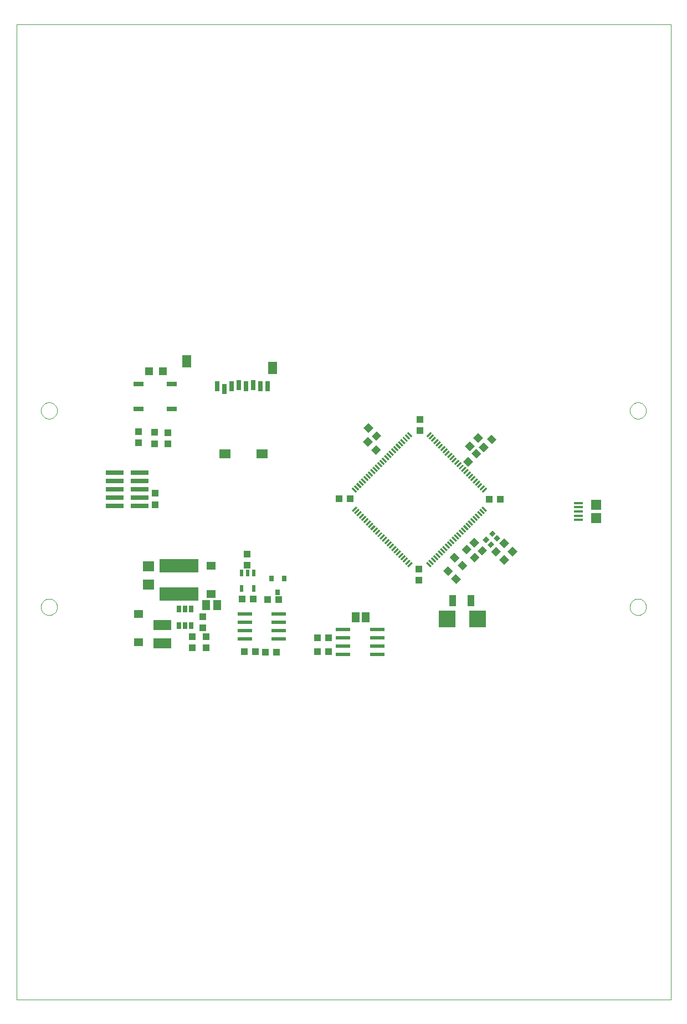
<source format=gtp>
G75*
G70*
%OFA0B0*%
%FSLAX24Y24*%
%IPPOS*%
%LPD*%
%AMOC8*
5,1,8,0,0,1.08239X$1,22.5*
%
%ADD10C,0.0000*%
%ADD11R,0.0433X0.0394*%
%ADD12R,0.0413X0.0425*%
%ADD13R,0.0425X0.0413*%
%ADD14R,0.1100X0.0290*%
%ADD15R,0.0272X0.0394*%
%ADD16R,0.1063X0.0630*%
%ADD17R,0.0512X0.0591*%
%ADD18R,0.0579X0.0500*%
%ADD19R,0.2362X0.0787*%
%ADD20R,0.0709X0.0630*%
%ADD21R,0.0866X0.0236*%
%ADD22R,0.0394X0.0433*%
%ADD23R,0.0315X0.0354*%
%ADD24R,0.0394X0.0709*%
%ADD25R,0.0295X0.0276*%
%ADD26R,0.0709X0.0551*%
%ADD27R,0.0551X0.0748*%
%ADD28R,0.0315X0.0591*%
%ADD29R,0.0600X0.0300*%
%ADD30R,0.0472X0.0472*%
%ADD31R,0.0197X0.0394*%
%ADD32R,0.0870X0.0240*%
%ADD33R,0.0460X0.0630*%
%ADD34R,0.1000X0.1000*%
%ADD35R,0.0551X0.0138*%
%ADD36R,0.0591X0.0591*%
%ADD37R,0.0354X0.0118*%
%ADD38R,0.0118X0.0354*%
D10*
X000100Y000100D02*
X039470Y000100D01*
X039470Y058761D01*
X000100Y058761D01*
X000100Y000100D01*
X001577Y023722D02*
X001579Y023765D01*
X001584Y023807D01*
X001594Y023849D01*
X001607Y023890D01*
X001623Y023930D01*
X001643Y023968D01*
X001666Y024004D01*
X001692Y024038D01*
X001721Y024070D01*
X001753Y024099D01*
X001787Y024125D01*
X001823Y024148D01*
X001861Y024168D01*
X001901Y024184D01*
X001942Y024197D01*
X001984Y024207D01*
X002026Y024212D01*
X002069Y024214D01*
X001577Y023722D02*
X001579Y023679D01*
X001584Y023637D01*
X001594Y023595D01*
X001607Y023554D01*
X001623Y023514D01*
X001643Y023476D01*
X001666Y023440D01*
X001692Y023406D01*
X001721Y023374D01*
X001753Y023345D01*
X001787Y023319D01*
X001823Y023296D01*
X001861Y023276D01*
X001901Y023260D01*
X001942Y023247D01*
X001984Y023237D01*
X002026Y023232D01*
X002069Y023230D01*
X002112Y023232D01*
X002154Y023237D01*
X002196Y023247D01*
X002237Y023260D01*
X002277Y023276D01*
X002315Y023296D01*
X002351Y023319D01*
X002385Y023345D01*
X002417Y023374D01*
X002446Y023406D01*
X002472Y023440D01*
X002495Y023476D01*
X002515Y023514D01*
X002531Y023554D01*
X002544Y023595D01*
X002554Y023637D01*
X002559Y023679D01*
X002561Y023722D01*
X002559Y023765D01*
X002554Y023807D01*
X002544Y023849D01*
X002531Y023890D01*
X002515Y023930D01*
X002495Y023968D01*
X002472Y024004D01*
X002446Y024038D01*
X002417Y024070D01*
X002385Y024099D01*
X002351Y024125D01*
X002315Y024148D01*
X002277Y024168D01*
X002237Y024184D01*
X002196Y024197D01*
X002154Y024207D01*
X002112Y024212D01*
X002069Y024214D01*
X001577Y035533D02*
X001579Y035576D01*
X001584Y035618D01*
X001594Y035660D01*
X001607Y035701D01*
X001623Y035741D01*
X001643Y035779D01*
X001666Y035815D01*
X001692Y035849D01*
X001721Y035881D01*
X001753Y035910D01*
X001787Y035936D01*
X001823Y035959D01*
X001861Y035979D01*
X001901Y035995D01*
X001942Y036008D01*
X001984Y036018D01*
X002026Y036023D01*
X002069Y036025D01*
X001577Y035533D02*
X001579Y035490D01*
X001584Y035448D01*
X001594Y035406D01*
X001607Y035365D01*
X001623Y035325D01*
X001643Y035287D01*
X001666Y035251D01*
X001692Y035217D01*
X001721Y035185D01*
X001753Y035156D01*
X001787Y035130D01*
X001823Y035107D01*
X001861Y035087D01*
X001901Y035071D01*
X001942Y035058D01*
X001984Y035048D01*
X002026Y035043D01*
X002069Y035041D01*
X002112Y035043D01*
X002154Y035048D01*
X002196Y035058D01*
X002237Y035071D01*
X002277Y035087D01*
X002315Y035107D01*
X002351Y035130D01*
X002385Y035156D01*
X002417Y035185D01*
X002446Y035217D01*
X002472Y035251D01*
X002495Y035287D01*
X002515Y035325D01*
X002531Y035365D01*
X002544Y035406D01*
X002554Y035448D01*
X002559Y035490D01*
X002561Y035533D01*
X002559Y035576D01*
X002554Y035618D01*
X002544Y035660D01*
X002531Y035701D01*
X002515Y035741D01*
X002495Y035779D01*
X002472Y035815D01*
X002446Y035849D01*
X002417Y035881D01*
X002385Y035910D01*
X002351Y035936D01*
X002315Y035959D01*
X002277Y035979D01*
X002237Y035995D01*
X002196Y036008D01*
X002154Y036018D01*
X002112Y036023D01*
X002069Y036025D01*
X037010Y035533D02*
X037012Y035576D01*
X037017Y035618D01*
X037027Y035660D01*
X037040Y035701D01*
X037056Y035741D01*
X037076Y035779D01*
X037099Y035815D01*
X037125Y035849D01*
X037154Y035881D01*
X037186Y035910D01*
X037220Y035936D01*
X037256Y035959D01*
X037294Y035979D01*
X037334Y035995D01*
X037375Y036008D01*
X037417Y036018D01*
X037459Y036023D01*
X037502Y036025D01*
X037010Y035533D02*
X037012Y035490D01*
X037017Y035448D01*
X037027Y035406D01*
X037040Y035365D01*
X037056Y035325D01*
X037076Y035287D01*
X037099Y035251D01*
X037125Y035217D01*
X037154Y035185D01*
X037186Y035156D01*
X037220Y035130D01*
X037256Y035107D01*
X037294Y035087D01*
X037334Y035071D01*
X037375Y035058D01*
X037417Y035048D01*
X037459Y035043D01*
X037502Y035041D01*
X037545Y035043D01*
X037587Y035048D01*
X037629Y035058D01*
X037670Y035071D01*
X037710Y035087D01*
X037748Y035107D01*
X037784Y035130D01*
X037818Y035156D01*
X037850Y035185D01*
X037879Y035217D01*
X037905Y035251D01*
X037928Y035287D01*
X037948Y035325D01*
X037964Y035365D01*
X037977Y035406D01*
X037987Y035448D01*
X037992Y035490D01*
X037994Y035533D01*
X037992Y035576D01*
X037987Y035618D01*
X037977Y035660D01*
X037964Y035701D01*
X037948Y035741D01*
X037928Y035779D01*
X037905Y035815D01*
X037879Y035849D01*
X037850Y035881D01*
X037818Y035910D01*
X037784Y035936D01*
X037748Y035959D01*
X037710Y035979D01*
X037670Y035995D01*
X037629Y036008D01*
X037587Y036018D01*
X037545Y036023D01*
X037502Y036025D01*
X037502Y024214D02*
X037459Y024212D01*
X037417Y024207D01*
X037375Y024197D01*
X037334Y024184D01*
X037294Y024168D01*
X037256Y024148D01*
X037220Y024125D01*
X037186Y024099D01*
X037154Y024070D01*
X037125Y024038D01*
X037099Y024004D01*
X037076Y023968D01*
X037056Y023930D01*
X037040Y023890D01*
X037027Y023849D01*
X037017Y023807D01*
X037012Y023765D01*
X037010Y023722D01*
X037012Y023679D01*
X037017Y023637D01*
X037027Y023595D01*
X037040Y023554D01*
X037056Y023514D01*
X037076Y023476D01*
X037099Y023440D01*
X037125Y023406D01*
X037154Y023374D01*
X037186Y023345D01*
X037220Y023319D01*
X037256Y023296D01*
X037294Y023276D01*
X037334Y023260D01*
X037375Y023247D01*
X037417Y023237D01*
X037459Y023232D01*
X037502Y023230D01*
X037545Y023232D01*
X037587Y023237D01*
X037629Y023247D01*
X037670Y023260D01*
X037710Y023276D01*
X037748Y023296D01*
X037784Y023319D01*
X037818Y023345D01*
X037850Y023374D01*
X037879Y023406D01*
X037905Y023440D01*
X037928Y023476D01*
X037948Y023514D01*
X037964Y023554D01*
X037977Y023595D01*
X037987Y023637D01*
X037992Y023679D01*
X037994Y023722D01*
X037992Y023765D01*
X037987Y023807D01*
X037977Y023849D01*
X037964Y023890D01*
X037948Y023930D01*
X037928Y023968D01*
X037905Y024004D01*
X037879Y024038D01*
X037850Y024070D01*
X037818Y024099D01*
X037784Y024125D01*
X037748Y024148D01*
X037710Y024168D01*
X037670Y024184D01*
X037629Y024197D01*
X037587Y024207D01*
X037545Y024212D01*
X037502Y024214D01*
D11*
G36*
X026964Y025931D02*
X026659Y026236D01*
X026938Y026515D01*
X027243Y026210D01*
X026964Y025931D01*
G37*
G36*
X026563Y025116D02*
X026258Y025421D01*
X026537Y025700D01*
X026842Y025395D01*
X026563Y025116D01*
G37*
G36*
X026090Y025589D02*
X025785Y025894D01*
X026064Y026173D01*
X026369Y025868D01*
X026090Y025589D01*
G37*
G36*
X026491Y026404D02*
X026186Y026709D01*
X026465Y026988D01*
X026770Y026683D01*
X026491Y026404D01*
G37*
X015881Y024173D03*
X015212Y024173D03*
X014339Y024196D03*
X013669Y024196D03*
X011517Y021946D03*
X011308Y022458D03*
X011308Y023128D03*
X010693Y021946D03*
X010693Y021277D03*
X011517Y021277D03*
X008414Y033548D03*
X008414Y034217D03*
X007458Y034257D03*
X007458Y033587D03*
D12*
X019500Y030220D03*
X020189Y030220D03*
G36*
X021729Y032883D02*
X021438Y033174D01*
X021737Y033473D01*
X022028Y033182D01*
X021729Y032883D01*
G37*
G36*
X021242Y033370D02*
X020951Y033661D01*
X021250Y033960D01*
X021541Y033669D01*
X021242Y033370D01*
G37*
G36*
X021761Y033724D02*
X021470Y034015D01*
X021769Y034314D01*
X022060Y034023D01*
X021761Y033724D01*
G37*
G36*
X021274Y034211D02*
X020983Y034502D01*
X021282Y034801D01*
X021573Y034510D01*
X021274Y034211D01*
G37*
G36*
X027579Y032460D02*
X027288Y032169D01*
X026989Y032468D01*
X027280Y032759D01*
X027579Y032460D01*
G37*
G36*
X028066Y032947D02*
X027775Y032656D01*
X027476Y032955D01*
X027767Y033246D01*
X028066Y032947D01*
G37*
G36*
X027919Y033333D02*
X028210Y033624D01*
X028509Y033325D01*
X028218Y033034D01*
X027919Y033333D01*
G37*
G36*
X027094Y033410D02*
X027385Y033701D01*
X027684Y033402D01*
X027393Y033111D01*
X027094Y033410D01*
G37*
G36*
X027581Y033897D02*
X027872Y034188D01*
X028171Y033889D01*
X027880Y033598D01*
X027581Y033897D01*
G37*
G36*
X028406Y033820D02*
X028697Y034111D01*
X028996Y033812D01*
X028705Y033521D01*
X028406Y033820D01*
G37*
X028539Y030199D03*
X029228Y030199D03*
G36*
X029454Y027263D02*
X029163Y027554D01*
X029462Y027853D01*
X029753Y027562D01*
X029454Y027263D01*
G37*
G36*
X029941Y026776D02*
X029650Y027067D01*
X029949Y027366D01*
X030240Y027075D01*
X029941Y026776D01*
G37*
G36*
X029434Y026265D02*
X029143Y026556D01*
X029442Y026855D01*
X029733Y026564D01*
X029434Y026265D01*
G37*
G36*
X028947Y026752D02*
X028656Y027043D01*
X028955Y027342D01*
X029246Y027051D01*
X028947Y026752D01*
G37*
G36*
X028130Y026822D02*
X027839Y027113D01*
X028138Y027412D01*
X028429Y027121D01*
X028130Y026822D01*
G37*
G36*
X027660Y026399D02*
X027369Y026690D01*
X027668Y026989D01*
X027959Y026698D01*
X027660Y026399D01*
G37*
G36*
X027172Y026887D02*
X026881Y027178D01*
X027180Y027477D01*
X027471Y027186D01*
X027172Y026887D01*
G37*
G36*
X027642Y027309D02*
X027351Y027600D01*
X027650Y027899D01*
X027941Y027608D01*
X027642Y027309D01*
G37*
D13*
X024325Y026008D03*
X024325Y025319D03*
X024377Y034317D03*
X024377Y035006D03*
X009227Y034214D03*
X009227Y033525D03*
X008448Y030553D03*
X008448Y029864D03*
D14*
X007530Y029803D03*
X007530Y030303D03*
X007530Y030803D03*
X007530Y031303D03*
X007530Y031803D03*
X006030Y031803D03*
X006030Y031303D03*
X006030Y030803D03*
X006030Y030303D03*
X006030Y029803D03*
D15*
X009868Y023612D03*
X010242Y023612D03*
X010616Y023612D03*
X010616Y022588D03*
X010242Y022588D03*
X009868Y022588D03*
D16*
X008868Y022639D03*
X008868Y021537D03*
D17*
X011521Y023830D03*
X012191Y023830D03*
D18*
X011805Y024495D03*
X011805Y026188D03*
X007464Y023292D03*
X007464Y021599D03*
D19*
X009868Y024492D03*
X009868Y026185D03*
D20*
X008037Y026159D03*
X008037Y025057D03*
D21*
X013846Y023309D03*
X013846Y022809D03*
X013846Y022309D03*
X013846Y021809D03*
X015893Y021809D03*
X015893Y022309D03*
X015893Y022809D03*
X015893Y023309D03*
D22*
X015765Y020992D03*
X015096Y020992D03*
X014478Y021018D03*
X013809Y021018D03*
X013978Y026242D03*
X013978Y026911D03*
X018223Y021868D03*
X018892Y021868D03*
X018892Y021021D03*
X018223Y021021D03*
D23*
X015825Y024612D03*
X015451Y025439D03*
X016199Y025439D03*
D24*
X026356Y024105D03*
X027458Y024105D03*
D25*
G36*
X028842Y027484D02*
X028635Y027277D01*
X028440Y027472D01*
X028647Y027679D01*
X028842Y027484D01*
G37*
G36*
X029218Y027859D02*
X029011Y027652D01*
X028816Y027847D01*
X029023Y028054D01*
X029218Y027859D01*
G37*
G36*
X028939Y028138D02*
X028732Y027931D01*
X028537Y028126D01*
X028744Y028333D01*
X028939Y028138D01*
G37*
G36*
X028563Y027762D02*
X028356Y027555D01*
X028161Y027750D01*
X028368Y027957D01*
X028563Y027762D01*
G37*
D26*
X014882Y032933D03*
X012638Y032933D03*
D27*
X015512Y038110D03*
X010334Y038503D03*
D28*
X012169Y036988D03*
X012602Y036830D03*
X013035Y036988D03*
X013468Y037066D03*
X013901Y036988D03*
X014334Y037066D03*
X014768Y036988D03*
X015201Y036988D03*
D29*
X009452Y037143D03*
X009452Y035643D03*
X007452Y035643D03*
X007452Y037143D03*
D30*
X008072Y037887D03*
X008899Y037887D03*
D31*
X013639Y025769D03*
X014013Y025769D03*
X014387Y025769D03*
X014387Y024824D03*
X013639Y024824D03*
D32*
X019764Y022370D03*
X019764Y021870D03*
X019764Y021370D03*
X019764Y020870D03*
X021824Y020870D03*
X021824Y021370D03*
X021824Y021870D03*
X021824Y022370D03*
D33*
X021102Y023112D03*
X020502Y023112D03*
D34*
X026003Y023002D03*
X027853Y023002D03*
D35*
X033924Y028953D03*
X033924Y029209D03*
X033924Y029465D03*
X033924Y029721D03*
X033924Y029977D03*
D36*
X034967Y029859D03*
X034967Y029071D03*
D37*
G36*
X028424Y030838D02*
X028175Y030589D01*
X028092Y030672D01*
X028341Y030921D01*
X028424Y030838D01*
G37*
G36*
X028285Y030977D02*
X028036Y030728D01*
X027953Y030811D01*
X028202Y031060D01*
X028285Y030977D01*
G37*
G36*
X028145Y031116D02*
X027896Y030867D01*
X027813Y030950D01*
X028062Y031199D01*
X028145Y031116D01*
G37*
G36*
X028006Y031256D02*
X027757Y031007D01*
X027674Y031090D01*
X027923Y031339D01*
X028006Y031256D01*
G37*
G36*
X027867Y031395D02*
X027618Y031146D01*
X027535Y031229D01*
X027784Y031478D01*
X027867Y031395D01*
G37*
G36*
X027728Y031534D02*
X027479Y031285D01*
X027396Y031368D01*
X027645Y031617D01*
X027728Y031534D01*
G37*
G36*
X027589Y031673D02*
X027340Y031424D01*
X027257Y031507D01*
X027506Y031756D01*
X027589Y031673D01*
G37*
G36*
X027449Y031812D02*
X027200Y031563D01*
X027117Y031646D01*
X027366Y031895D01*
X027449Y031812D01*
G37*
G36*
X027310Y031952D02*
X027061Y031703D01*
X026978Y031786D01*
X027227Y032035D01*
X027310Y031952D01*
G37*
G36*
X027171Y032091D02*
X026922Y031842D01*
X026839Y031925D01*
X027088Y032174D01*
X027171Y032091D01*
G37*
G36*
X027032Y032230D02*
X026783Y031981D01*
X026700Y032064D01*
X026949Y032313D01*
X027032Y032230D01*
G37*
G36*
X026893Y032369D02*
X026644Y032120D01*
X026561Y032203D01*
X026810Y032452D01*
X026893Y032369D01*
G37*
G36*
X026753Y032508D02*
X026504Y032259D01*
X026421Y032342D01*
X026670Y032591D01*
X026753Y032508D01*
G37*
G36*
X026614Y032648D02*
X026365Y032399D01*
X026282Y032482D01*
X026531Y032731D01*
X026614Y032648D01*
G37*
G36*
X026475Y032787D02*
X026226Y032538D01*
X026143Y032621D01*
X026392Y032870D01*
X026475Y032787D01*
G37*
G36*
X026336Y032926D02*
X026087Y032677D01*
X026004Y032760D01*
X026253Y033009D01*
X026336Y032926D01*
G37*
G36*
X026197Y033065D02*
X025948Y032816D01*
X025865Y032899D01*
X026114Y033148D01*
X026197Y033065D01*
G37*
G36*
X026057Y033204D02*
X025808Y032955D01*
X025725Y033038D01*
X025974Y033287D01*
X026057Y033204D01*
G37*
G36*
X025918Y033344D02*
X025669Y033095D01*
X025586Y033178D01*
X025835Y033427D01*
X025918Y033344D01*
G37*
G36*
X025779Y033483D02*
X025530Y033234D01*
X025447Y033317D01*
X025696Y033566D01*
X025779Y033483D01*
G37*
G36*
X025640Y033622D02*
X025391Y033373D01*
X025308Y033456D01*
X025557Y033705D01*
X025640Y033622D01*
G37*
G36*
X025501Y033761D02*
X025252Y033512D01*
X025169Y033595D01*
X025418Y033844D01*
X025501Y033761D01*
G37*
G36*
X025361Y033900D02*
X025112Y033651D01*
X025029Y033734D01*
X025278Y033983D01*
X025361Y033900D01*
G37*
G36*
X025222Y034039D02*
X024973Y033790D01*
X024890Y033873D01*
X025139Y034122D01*
X025222Y034039D01*
G37*
G36*
X025083Y034179D02*
X024834Y033930D01*
X024751Y034013D01*
X025000Y034262D01*
X025083Y034179D01*
G37*
G36*
X021158Y029140D02*
X020909Y028891D01*
X020826Y028974D01*
X021075Y029223D01*
X021158Y029140D01*
G37*
G36*
X021297Y029001D02*
X021048Y028752D01*
X020965Y028835D01*
X021214Y029084D01*
X021297Y029001D01*
G37*
G36*
X021436Y028861D02*
X021187Y028612D01*
X021104Y028695D01*
X021353Y028944D01*
X021436Y028861D01*
G37*
G36*
X021575Y028722D02*
X021326Y028473D01*
X021243Y028556D01*
X021492Y028805D01*
X021575Y028722D01*
G37*
G36*
X021715Y028583D02*
X021466Y028334D01*
X021383Y028417D01*
X021632Y028666D01*
X021715Y028583D01*
G37*
G36*
X021854Y028444D02*
X021605Y028195D01*
X021522Y028278D01*
X021771Y028527D01*
X021854Y028444D01*
G37*
G36*
X021993Y028305D02*
X021744Y028056D01*
X021661Y028139D01*
X021910Y028388D01*
X021993Y028305D01*
G37*
G36*
X022132Y028165D02*
X021883Y027916D01*
X021800Y027999D01*
X022049Y028248D01*
X022132Y028165D01*
G37*
G36*
X022271Y028026D02*
X022022Y027777D01*
X021939Y027860D01*
X022188Y028109D01*
X022271Y028026D01*
G37*
G36*
X022411Y027887D02*
X022162Y027638D01*
X022079Y027721D01*
X022328Y027970D01*
X022411Y027887D01*
G37*
G36*
X022550Y027748D02*
X022301Y027499D01*
X022218Y027582D01*
X022467Y027831D01*
X022550Y027748D01*
G37*
G36*
X022689Y027609D02*
X022440Y027360D01*
X022357Y027443D01*
X022606Y027692D01*
X022689Y027609D01*
G37*
G36*
X022828Y027470D02*
X022579Y027221D01*
X022496Y027304D01*
X022745Y027553D01*
X022828Y027470D01*
G37*
G36*
X022967Y027330D02*
X022718Y027081D01*
X022635Y027164D01*
X022884Y027413D01*
X022967Y027330D01*
G37*
G36*
X023107Y027191D02*
X022858Y026942D01*
X022775Y027025D01*
X023024Y027274D01*
X023107Y027191D01*
G37*
G36*
X023246Y027052D02*
X022997Y026803D01*
X022914Y026886D01*
X023163Y027135D01*
X023246Y027052D01*
G37*
G36*
X023385Y026913D02*
X023136Y026664D01*
X023053Y026747D01*
X023302Y026996D01*
X023385Y026913D01*
G37*
G36*
X023524Y026774D02*
X023275Y026525D01*
X023192Y026608D01*
X023441Y026857D01*
X023524Y026774D01*
G37*
G36*
X023663Y026634D02*
X023414Y026385D01*
X023331Y026468D01*
X023580Y026717D01*
X023663Y026634D01*
G37*
G36*
X023802Y026495D02*
X023553Y026246D01*
X023470Y026329D01*
X023719Y026578D01*
X023802Y026495D01*
G37*
G36*
X023942Y026356D02*
X023693Y026107D01*
X023610Y026190D01*
X023859Y026439D01*
X023942Y026356D01*
G37*
G36*
X021019Y029279D02*
X020770Y029030D01*
X020687Y029113D01*
X020936Y029362D01*
X021019Y029279D01*
G37*
G36*
X020879Y029418D02*
X020630Y029169D01*
X020547Y029252D01*
X020796Y029501D01*
X020879Y029418D01*
G37*
G36*
X020740Y029557D02*
X020491Y029308D01*
X020408Y029391D01*
X020657Y029640D01*
X020740Y029557D01*
G37*
G36*
X020601Y029697D02*
X020352Y029448D01*
X020269Y029531D01*
X020518Y029780D01*
X020601Y029697D01*
G37*
D38*
G36*
X020601Y030672D02*
X020518Y030589D01*
X020269Y030838D01*
X020352Y030921D01*
X020601Y030672D01*
G37*
G36*
X020740Y030811D02*
X020657Y030728D01*
X020408Y030977D01*
X020491Y031060D01*
X020740Y030811D01*
G37*
G36*
X020879Y030950D02*
X020796Y030867D01*
X020547Y031116D01*
X020630Y031199D01*
X020879Y030950D01*
G37*
G36*
X021019Y031090D02*
X020936Y031007D01*
X020687Y031256D01*
X020770Y031339D01*
X021019Y031090D01*
G37*
G36*
X021158Y031229D02*
X021075Y031146D01*
X020826Y031395D01*
X020909Y031478D01*
X021158Y031229D01*
G37*
G36*
X021297Y031368D02*
X021214Y031285D01*
X020965Y031534D01*
X021048Y031617D01*
X021297Y031368D01*
G37*
G36*
X021436Y031507D02*
X021353Y031424D01*
X021104Y031673D01*
X021187Y031756D01*
X021436Y031507D01*
G37*
G36*
X021575Y031646D02*
X021492Y031563D01*
X021243Y031812D01*
X021326Y031895D01*
X021575Y031646D01*
G37*
G36*
X021715Y031786D02*
X021632Y031703D01*
X021383Y031952D01*
X021466Y032035D01*
X021715Y031786D01*
G37*
G36*
X021854Y031925D02*
X021771Y031842D01*
X021522Y032091D01*
X021605Y032174D01*
X021854Y031925D01*
G37*
G36*
X021993Y032064D02*
X021910Y031981D01*
X021661Y032230D01*
X021744Y032313D01*
X021993Y032064D01*
G37*
G36*
X022132Y032203D02*
X022049Y032120D01*
X021800Y032369D01*
X021883Y032452D01*
X022132Y032203D01*
G37*
G36*
X022271Y032342D02*
X022188Y032259D01*
X021939Y032508D01*
X022022Y032591D01*
X022271Y032342D01*
G37*
G36*
X022411Y032482D02*
X022328Y032399D01*
X022079Y032648D01*
X022162Y032731D01*
X022411Y032482D01*
G37*
G36*
X022550Y032621D02*
X022467Y032538D01*
X022218Y032787D01*
X022301Y032870D01*
X022550Y032621D01*
G37*
G36*
X022689Y032760D02*
X022606Y032677D01*
X022357Y032926D01*
X022440Y033009D01*
X022689Y032760D01*
G37*
G36*
X022828Y032899D02*
X022745Y032816D01*
X022496Y033065D01*
X022579Y033148D01*
X022828Y032899D01*
G37*
G36*
X022967Y033038D02*
X022884Y032955D01*
X022635Y033204D01*
X022718Y033287D01*
X022967Y033038D01*
G37*
G36*
X023107Y033178D02*
X023024Y033095D01*
X022775Y033344D01*
X022858Y033427D01*
X023107Y033178D01*
G37*
G36*
X023246Y033317D02*
X023163Y033234D01*
X022914Y033483D01*
X022997Y033566D01*
X023246Y033317D01*
G37*
G36*
X023385Y033456D02*
X023302Y033373D01*
X023053Y033622D01*
X023136Y033705D01*
X023385Y033456D01*
G37*
G36*
X023524Y033595D02*
X023441Y033512D01*
X023192Y033761D01*
X023275Y033844D01*
X023524Y033595D01*
G37*
G36*
X023663Y033734D02*
X023580Y033651D01*
X023331Y033900D01*
X023414Y033983D01*
X023663Y033734D01*
G37*
G36*
X023802Y033873D02*
X023719Y033790D01*
X023470Y034039D01*
X023553Y034122D01*
X023802Y033873D01*
G37*
G36*
X023942Y034013D02*
X023859Y033930D01*
X023610Y034179D01*
X023693Y034262D01*
X023942Y034013D01*
G37*
G36*
X027728Y028835D02*
X027645Y028752D01*
X027396Y029001D01*
X027479Y029084D01*
X027728Y028835D01*
G37*
G36*
X027867Y028974D02*
X027784Y028891D01*
X027535Y029140D01*
X027618Y029223D01*
X027867Y028974D01*
G37*
G36*
X028006Y029113D02*
X027923Y029030D01*
X027674Y029279D01*
X027757Y029362D01*
X028006Y029113D01*
G37*
G36*
X028145Y029252D02*
X028062Y029169D01*
X027813Y029418D01*
X027896Y029501D01*
X028145Y029252D01*
G37*
G36*
X028285Y029391D02*
X028202Y029308D01*
X027953Y029557D01*
X028036Y029640D01*
X028285Y029391D01*
G37*
G36*
X028424Y029531D02*
X028341Y029448D01*
X028092Y029697D01*
X028175Y029780D01*
X028424Y029531D01*
G37*
G36*
X027589Y028695D02*
X027506Y028612D01*
X027257Y028861D01*
X027340Y028944D01*
X027589Y028695D01*
G37*
G36*
X027449Y028556D02*
X027366Y028473D01*
X027117Y028722D01*
X027200Y028805D01*
X027449Y028556D01*
G37*
G36*
X027310Y028417D02*
X027227Y028334D01*
X026978Y028583D01*
X027061Y028666D01*
X027310Y028417D01*
G37*
G36*
X027171Y028278D02*
X027088Y028195D01*
X026839Y028444D01*
X026922Y028527D01*
X027171Y028278D01*
G37*
G36*
X027032Y028139D02*
X026949Y028056D01*
X026700Y028305D01*
X026783Y028388D01*
X027032Y028139D01*
G37*
G36*
X026893Y027999D02*
X026810Y027916D01*
X026561Y028165D01*
X026644Y028248D01*
X026893Y027999D01*
G37*
G36*
X026753Y027860D02*
X026670Y027777D01*
X026421Y028026D01*
X026504Y028109D01*
X026753Y027860D01*
G37*
G36*
X026614Y027721D02*
X026531Y027638D01*
X026282Y027887D01*
X026365Y027970D01*
X026614Y027721D01*
G37*
G36*
X026475Y027582D02*
X026392Y027499D01*
X026143Y027748D01*
X026226Y027831D01*
X026475Y027582D01*
G37*
G36*
X026336Y027443D02*
X026253Y027360D01*
X026004Y027609D01*
X026087Y027692D01*
X026336Y027443D01*
G37*
G36*
X026197Y027304D02*
X026114Y027221D01*
X025865Y027470D01*
X025948Y027553D01*
X026197Y027304D01*
G37*
G36*
X026057Y027164D02*
X025974Y027081D01*
X025725Y027330D01*
X025808Y027413D01*
X026057Y027164D01*
G37*
G36*
X025918Y027025D02*
X025835Y026942D01*
X025586Y027191D01*
X025669Y027274D01*
X025918Y027025D01*
G37*
G36*
X025779Y026886D02*
X025696Y026803D01*
X025447Y027052D01*
X025530Y027135D01*
X025779Y026886D01*
G37*
G36*
X025640Y026747D02*
X025557Y026664D01*
X025308Y026913D01*
X025391Y026996D01*
X025640Y026747D01*
G37*
G36*
X025501Y026608D02*
X025418Y026525D01*
X025169Y026774D01*
X025252Y026857D01*
X025501Y026608D01*
G37*
G36*
X025361Y026468D02*
X025278Y026385D01*
X025029Y026634D01*
X025112Y026717D01*
X025361Y026468D01*
G37*
G36*
X025222Y026329D02*
X025139Y026246D01*
X024890Y026495D01*
X024973Y026578D01*
X025222Y026329D01*
G37*
G36*
X025083Y026190D02*
X025000Y026107D01*
X024751Y026356D01*
X024834Y026439D01*
X025083Y026190D01*
G37*
M02*

</source>
